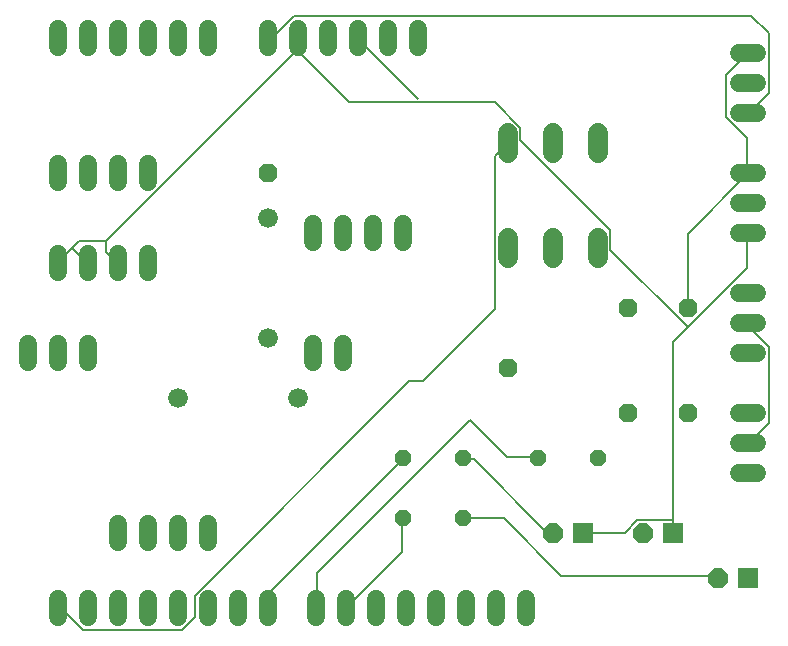
<source format=gbr>
G04 EAGLE Gerber X2 export*
%TF.Part,Single*%
%TF.FileFunction,Copper,L2,Bot,Mixed*%
%TF.FilePolarity,Positive*%
%TF.GenerationSoftware,Autodesk,EAGLE,9.1.3*%
%TF.CreationDate,2018-09-07T19:45:19Z*%
G75*
%MOMM*%
%FSLAX34Y34*%
%LPD*%
%AMOC8*
5,1,8,0,0,1.08239X$1,22.5*%
G01*
%ADD10C,1.524000*%
%ADD11P,1.732040X8X22.500000*%
%ADD12C,1.676400*%
%ADD13C,1.676400*%
%ADD14P,1.429621X8X22.500000*%
%ADD15P,1.814519X8X22.500000*%
%ADD16R,1.676400X1.676400*%
%ADD17C,0.152400*%


D10*
X472440Y45720D02*
X472440Y30480D01*
X447040Y30480D02*
X447040Y45720D01*
X421640Y45720D02*
X421640Y30480D01*
X396240Y30480D02*
X396240Y45720D01*
X370840Y45720D02*
X370840Y30480D01*
X345440Y30480D02*
X345440Y45720D01*
X320040Y45720D02*
X320040Y30480D01*
X294640Y30480D02*
X294640Y45720D01*
X254000Y45720D02*
X254000Y30480D01*
X228600Y30480D02*
X228600Y45720D01*
X203200Y45720D02*
X203200Y30480D01*
X177800Y30480D02*
X177800Y45720D01*
X152400Y45720D02*
X152400Y30480D01*
X127000Y30480D02*
X127000Y45720D01*
X101600Y45720D02*
X101600Y30480D01*
X76200Y30480D02*
X76200Y45720D01*
X381000Y513080D02*
X381000Y528320D01*
X355600Y528320D02*
X355600Y513080D01*
X330200Y513080D02*
X330200Y528320D01*
X304800Y528320D02*
X304800Y513080D01*
X279400Y513080D02*
X279400Y528320D01*
X254000Y528320D02*
X254000Y513080D01*
X203200Y513080D02*
X203200Y528320D01*
X177800Y528320D02*
X177800Y513080D01*
X152400Y513080D02*
X152400Y528320D01*
X127000Y528320D02*
X127000Y513080D01*
X101600Y513080D02*
X101600Y528320D01*
X76200Y528320D02*
X76200Y513080D01*
X292100Y363220D02*
X292100Y347980D01*
X317500Y347980D02*
X317500Y363220D01*
X342900Y363220D02*
X342900Y347980D01*
X368300Y347980D02*
X368300Y363220D01*
X76200Y398780D02*
X76200Y414020D01*
X101600Y414020D02*
X101600Y398780D01*
X127000Y398780D02*
X127000Y414020D01*
X152400Y414020D02*
X152400Y398780D01*
X76200Y337820D02*
X76200Y322580D01*
X101600Y322580D02*
X101600Y337820D01*
X127000Y337820D02*
X127000Y322580D01*
X152400Y322580D02*
X152400Y337820D01*
D11*
X457200Y241300D03*
X254000Y406400D03*
D10*
X50800Y261620D02*
X50800Y246380D01*
X76200Y246380D02*
X76200Y261620D01*
X101600Y261620D02*
X101600Y246380D01*
X127000Y109220D02*
X127000Y93980D01*
X152400Y93980D02*
X152400Y109220D01*
X177800Y109220D02*
X177800Y93980D01*
X203200Y93980D02*
X203200Y109220D01*
X292100Y246380D02*
X292100Y261620D01*
X317500Y261620D02*
X317500Y246380D01*
D12*
X457200Y334518D02*
X457200Y351282D01*
X495300Y351282D02*
X495300Y334518D01*
X533400Y334518D02*
X533400Y351282D01*
X457200Y423418D02*
X457200Y440182D01*
X495300Y440182D02*
X495300Y423418D01*
X533400Y423418D02*
X533400Y440182D01*
D13*
X254000Y266700D03*
X254000Y368300D03*
X177800Y215900D03*
X279400Y215900D03*
D14*
X368300Y165100D03*
X419100Y165100D03*
X482600Y165100D03*
X533400Y165100D03*
X368300Y114300D03*
X419100Y114300D03*
D15*
X495300Y101600D03*
D16*
X520700Y101600D03*
D15*
X571500Y101600D03*
D16*
X596900Y101600D03*
D15*
X635000Y63500D03*
D16*
X660400Y63500D03*
D11*
X558800Y203200D03*
X609600Y203200D03*
X609600Y292100D03*
X558800Y292100D03*
D10*
X652780Y508000D02*
X668020Y508000D01*
X668020Y482600D02*
X652780Y482600D01*
X652780Y457200D02*
X668020Y457200D01*
X668020Y406400D02*
X652780Y406400D01*
X652780Y381000D02*
X668020Y381000D01*
X668020Y355600D02*
X652780Y355600D01*
X652780Y304800D02*
X668020Y304800D01*
X668020Y279400D02*
X652780Y279400D01*
X652780Y254000D02*
X668020Y254000D01*
X668020Y203200D02*
X652780Y203200D01*
X652780Y177800D02*
X668020Y177800D01*
X668020Y152400D02*
X652780Y152400D01*
D17*
X317500Y355600D02*
X316992Y356616D01*
X381000Y469392D02*
X330708Y519684D01*
X330200Y520700D01*
X79248Y38100D02*
X76200Y38100D01*
X79248Y38100D02*
X97536Y19812D01*
X181356Y19812D01*
X192024Y30480D01*
X192024Y48768D01*
X373380Y230124D01*
X385572Y230124D01*
X446532Y291084D01*
X446532Y420624D01*
X457200Y431292D01*
X457200Y431800D01*
X292100Y355600D02*
X291084Y355092D01*
X367284Y164592D02*
X367284Y163576D01*
X254000Y50292D01*
X367284Y164592D02*
X368300Y165100D01*
X254000Y50292D02*
X254000Y38100D01*
X419100Y164592D02*
X428244Y164592D01*
X490728Y102108D01*
X495300Y102108D01*
X419100Y164592D02*
X419100Y165100D01*
X495300Y102108D02*
X495300Y101600D01*
X453644Y114300D02*
X419100Y114300D01*
X453644Y114300D02*
X502412Y65532D01*
X632460Y65532D01*
X633984Y64008D01*
X635000Y63500D01*
X367284Y85344D02*
X367284Y114300D01*
X367284Y85344D02*
X320040Y38100D01*
X367284Y114300D02*
X368300Y114300D01*
X456692Y166116D02*
X481584Y166116D01*
X456692Y166116D02*
X425450Y197358D01*
X295656Y67564D01*
X295656Y38100D01*
X481584Y166116D02*
X482600Y165100D01*
X295656Y38100D02*
X294640Y38100D01*
X659892Y406908D02*
X659892Y435864D01*
X641604Y454152D01*
X641604Y489204D01*
X660400Y508000D01*
X659892Y406908D02*
X660400Y406400D01*
X609600Y355092D02*
X609600Y292100D01*
X609600Y355092D02*
X659892Y405384D01*
X660400Y406400D01*
X661416Y278892D02*
X661416Y275844D01*
X678180Y259080D01*
X678180Y195072D01*
X661416Y178308D01*
X661416Y278892D02*
X660400Y279400D01*
X661416Y178308D02*
X660400Y177800D01*
X257556Y521208D02*
X254508Y521208D01*
X257556Y521208D02*
X275844Y539496D01*
X663448Y539496D01*
X678180Y524764D01*
X678180Y473964D01*
X661416Y457200D01*
X254508Y521208D02*
X254000Y520700D01*
X660400Y457200D02*
X661416Y457200D01*
X278892Y510540D02*
X278892Y519684D01*
X278892Y510540D02*
X117348Y348996D01*
X94488Y348996D01*
X88392Y342900D02*
X76200Y330708D01*
X88392Y342900D02*
X94488Y348996D01*
X278892Y519684D02*
X279400Y520700D01*
X76200Y330708D02*
X76200Y330200D01*
X88392Y342900D02*
X100584Y330708D01*
X101600Y330200D01*
X117348Y339852D02*
X117348Y348996D01*
X117348Y339852D02*
X127000Y330200D01*
X659892Y326136D02*
X659892Y355092D01*
X609600Y275844D02*
X597408Y263652D01*
X609600Y275844D02*
X659892Y326136D01*
X597408Y112776D02*
X597408Y102108D01*
X597408Y112776D02*
X597408Y263652D01*
X659892Y355092D02*
X660400Y355600D01*
X597408Y102108D02*
X596900Y101600D01*
X556260Y102108D02*
X521208Y102108D01*
X556260Y102108D02*
X566928Y112776D01*
X597408Y112776D01*
X521208Y102108D02*
X520700Y101600D01*
X609600Y275844D02*
X544068Y341376D01*
X544068Y358140D01*
X467868Y434340D01*
X467868Y445008D01*
X446532Y466344D01*
X323088Y466344D01*
X278892Y510540D01*
X279400Y520700D01*
M02*

</source>
